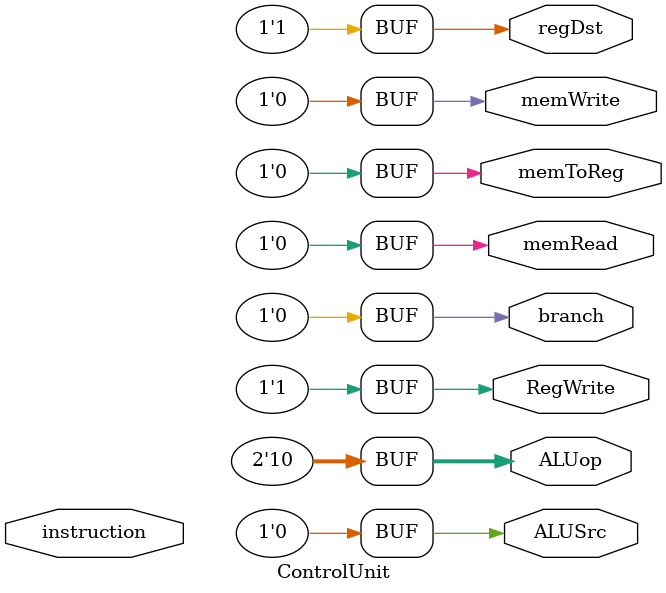
<source format=v>
`timescale 1ns/1ns
module ControlUnit (
    input [5:0] instruction,
    output reg regDst,
    output reg branch,
    output reg memRead,
    output reg memToReg,
    output reg [1:0]ALUop,
    output reg memWrite,
    output reg ALUSrc,
    output reg RegWrite
);
    always @(instruction) begin
        /* Formato de instrucciones R */
        regDst <= 1;
        branch <= 0;
        memRead <= 0;
        memToReg <= 0;
        ALUop <= 10;
        memWrite <= 0;
        ALUSrc <= 0;
        RegWrite <= 1;
    end
endmodule //ControlUnit
</source>
